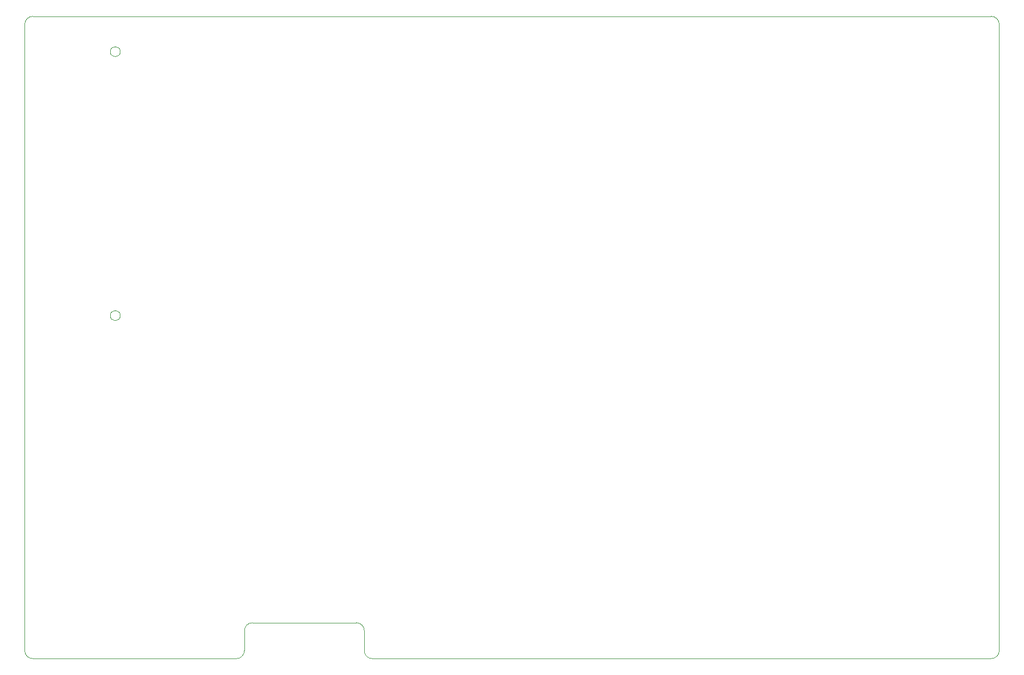
<source format=gm1>
%TF.GenerationSoftware,KiCad,Pcbnew,7.0.6*%
%TF.CreationDate,2023-07-16T08:24:51+09:00*%
%TF.ProjectId,FddPurserPcb,46646450-7572-4736-9572-5063622e6b69,R6*%
%TF.SameCoordinates,Original*%
%TF.FileFunction,Profile,NP*%
%FSLAX46Y46*%
G04 Gerber Fmt 4.6, Leading zero omitted, Abs format (unit mm)*
G04 Created by KiCad (PCBNEW 7.0.6) date 2023-07-16 08:24:51*
%MOMM*%
%LPD*%
G01*
G04 APERTURE LIST*
%TA.AperFunction,Profile*%
%ADD10C,0.100000*%
%TD*%
G04 APERTURE END LIST*
D10*
X95894025Y-137159969D02*
G75*
G03*
X94615001Y-138430000I-25J-1279031D01*
G01*
X93335975Y-142875031D02*
X60960000Y-142875031D01*
X112395000Y-137160000D02*
X95894025Y-137159969D01*
X59681001Y-141605000D02*
G75*
G03*
X60960000Y-142875031I1278999J9000D01*
G01*
X113665000Y-141605000D02*
X113674025Y-138430031D01*
X213360000Y-142875000D02*
X114944025Y-142875031D01*
X60969025Y-40639969D02*
G75*
G03*
X59690001Y-41910000I-25J-1279031D01*
G01*
X213360000Y-142875000D02*
G75*
G03*
X214630000Y-141605000I0J1270000D01*
G01*
X214630000Y-41910000D02*
G75*
G03*
X213360000Y-40640000I-1270000J0D01*
G01*
X94615000Y-138430000D02*
X94615000Y-141605000D01*
X214630000Y-41910000D02*
X214630000Y-141605000D01*
X93335975Y-142875031D02*
G75*
G03*
X94614999Y-141605000I25J1279031D01*
G01*
X113674068Y-138430031D02*
G75*
G03*
X112395000Y-137160000I-1279068J-9069D01*
G01*
X60969025Y-40639969D02*
X213360000Y-40640000D01*
X113665001Y-141605000D02*
G75*
G03*
X114944025Y-142875031I1278999J9000D01*
G01*
X59690001Y-141605000D02*
X59690000Y-41910000D01*
%TO.C,LCD1*%
X74885000Y-46265000D02*
G75*
G03*
X74885000Y-46265000I-800000J0D01*
G01*
X74885000Y-88275000D02*
G75*
G03*
X74885000Y-88275000I-800000J0D01*
G01*
%TD*%
M02*

</source>
